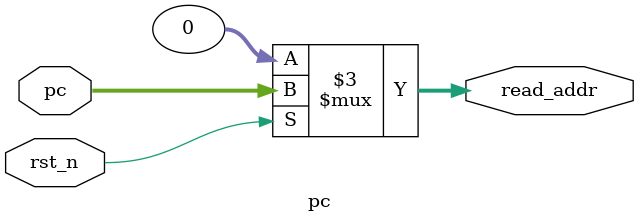
<source format=v>
`timescale 1ns / 1ps

module pc(
    input wire rst_n,
    input wire [31:0] pc,
    output reg [31:0] read_addr
    );
    
always @(*) begin
    if (rst_n) begin
        read_addr = pc;
    end
    else begin
        read_addr = 32'b0;
    end
end
endmodule

</source>
